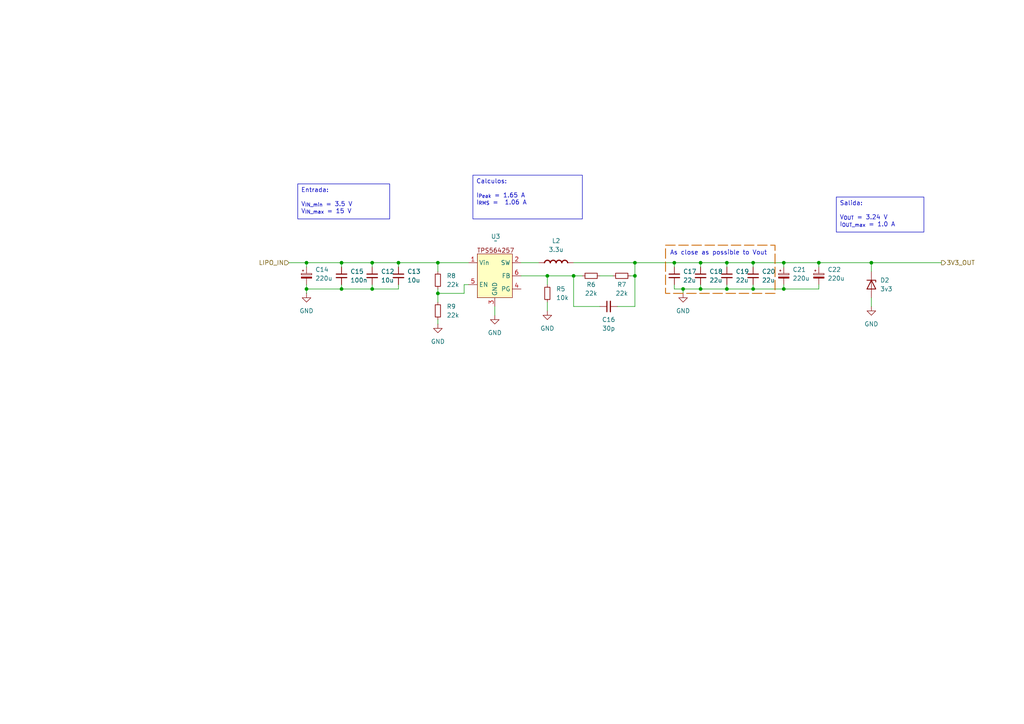
<source format=kicad_sch>
(kicad_sch (version 20231120) (generator "eeschema") (generator_version "8.0")
  (paper "A4")
  (lib_symbols
    (symbol "Device:C_Polarized_Small" (pin_numbers hide) (pin_names (offset 0.254) hide)
      (property "Reference" "C" (at 0.254 1.778 0))
      (property "Value" "C_Polarized_Small" (at 0.254 -2.032 0))
      (symbol "C_Polarized_Small_0_1"
        (rectangle (start -1.524 -0.3048) (end 1.524 -0.6858) (fill (type outline)))
        (rectangle (start -1.524 0.6858) (end 1.524 0.3048))
        (polyline (pts (xy -1.27 1.524) (xy -0.762 1.524)))
        (polyline (pts (xy -1.016 1.27) (xy -1.016 1.778)))
      )
      (symbol "C_Polarized_Small_1_1"
        (pin passive line (at 0 2.54 270) (length 1.8542) (name "~") (number "1"))
        (pin passive line (at 0 -2.54 90) (length 1.8542) (name "~") (number "2"))
      )
    )
    (symbol "Device:C_Small" (pin_numbers hide) (pin_names (offset 0.254) hide)
      (property "Reference" "C" (at 0.254 1.778 0))
      (property "Value" "C_Small" (at 0.254 -2.032 0))
      (symbol "C_Small_0_1"
        (polyline (pts (xy -1.524 -0.508) (xy 1.524 -0.508)) (stroke (width 0.3302)))
        (polyline (pts (xy -1.524 0.508) (xy 1.524 0.508)) (stroke (width 0.3048)))
      )
      (symbol "C_Small_1_1"
        (pin passive line (at 0 2.54 270) (length 2.032) (name "~") (number "1"))
        (pin passive line (at 0 -2.54 90) (length 2.032) (name "~") (number "2"))
      )
    )
    (symbol "Device:D_Zener" (pin_numbers hide) (pin_names (offset 1.016) hide)
      (property "Reference" "D" (at 0 2.54 0))
      (property "Value" "D_Zener" (at 0 -2.54 0))
      (symbol "D_Zener_0_1"
        (polyline (pts (xy 1.27 0) (xy -1.27 0)))
        (polyline (pts (xy -1.27 -1.27) (xy -1.27 1.27) (xy -0.762 1.27)) (stroke (width 0.254)))
        (polyline (pts (xy 1.27 -1.27) (xy 1.27 1.27) (xy -1.27 0) (xy 1.27 -1.27)) (stroke (width 0.254)))
      )
      (symbol "D_Zener_1_1"
        (pin passive line (at -3.81 0 0) (length 2.54) (name "K") (number "1"))
        (pin passive line (at 3.81 0 180) (length 2.54) (name "A") (number "2"))
      )
    )
    (symbol "Device:R_Small" (pin_numbers hide) (pin_names (offset 0.254) hide)
      (property "Reference" "R" (at 0.762 0.508 0))
      (property "Value" "R_Small" (at 0.762 -1.016 0))
      (symbol "R_Small_0_1"
        (rectangle (start -0.762 1.778) (end 0.762 -1.778) (stroke (width 0.2032)))
      )
      (symbol "R_Small_1_1"
        (pin passive line (at 0 2.54 270) (length 0.762) (name "~") (number "1"))
        (pin passive line (at 0 -2.54 90) (length 0.762) (name "~") (number "2"))
      )
    )
    (symbol "IcaroLib:TPS564257"
      (property "Reference" "U" (at 0 11.43 0))
      (symbol "TPS564257_0_0"
        (pin unspecified line (at -7.62 5.08 0) (length 2.54) (name "Vin") (number "1"))
        (pin unspecified line (at 7.62 5.08 180) (length 2.54) (name "SW") (number "2"))
        (pin unspecified line (at 0 -7.62 90) (length 2.54) (name "GND") (number "3"))
        (pin unspecified line (at 7.62 -2.54 180) (length 2.54) (name "PG") (number "4"))
        (pin unspecified line (at -7.62 -1.27 0) (length 2.54) (name "EN") (number "5"))
        (pin unspecified line (at 7.62 1.27 180) (length 2.54) (name "FB") (number "6"))
      )
      (symbol "TPS564257_0_1"
        (rectangle (start -5.08 7.62) (end 5.08 -5.08) (fill (type background)))
      )
      (symbol "TPS564257_1_1"
        (text "TPS564257" (at 0.254 8.636 0) (effects (font (size 1.27 1.27))))
      )
    )
    (symbol "PCM_Elektuur:L" (pin_numbers hide) (pin_names (offset 0) hide)
      (property "Reference" "L" (at 2.54 3.175 0))
      (property "Value" "L" (at 2.54 -3.175 0))
      (symbol "L_1_0"
        (arc (start 0 -3.4036) (mid 0.762 -2.5146) (end 0 -1.6256) (stroke (width 0.254)))
        (arc (start 0 -3.302) (mid 0.6604 -2.5146) (end 0 -1.7272) (stroke (width 0.254)))
        (arc (start 0 -1.7272) (mid 0.762 -0.8382) (end 0 0.0508) (stroke (width 0.254)))
        (arc (start 0 -1.6256) (mid 0.6604 -0.8382) (end 0 -0.0508) (stroke (width 0.254)))
        (arc (start 0 -0.0508) (mid 0.762 0.8382) (end 0 1.7272) (stroke (width 0.254)))
        (polyline (pts (xy 0 -3.302) (xy 0 -3.5052)) (stroke (width 0.254)))
        (polyline (pts (xy 0 -1.6256) (xy 0 -1.7272)) (stroke (width 0.254)))
        (polyline (pts (xy 0 0.0508) (xy 0 -0.0508)) (stroke (width 0.254)))
        (polyline (pts (xy 0 1.7272) (xy 0 1.6256)) (stroke (width 0.254)))
        (polyline (pts (xy 0 3.5052) (xy 0 3.302)) (stroke (width 0.254)))
        (arc (start 0 0.0508) (mid 0.6604 0.8382) (end 0 1.6256) (stroke (width 0.254)))
        (arc (start 0 1.6256) (mid 0.762 2.5146) (end 0 3.4036) (stroke (width 0.254)))
        (arc (start 0 1.7272) (mid 0.6604 2.5146) (end 0 3.302) (stroke (width 0.254)))
        (pin passive line (at 0 5.08 270) (length 1.5748) (name "+") (number "1"))
        (pin passive line (at 0 -5.08 90) (length 1.5748) (name "-") (number "2"))
      )
      (symbol "L_1_2"
        (rectangle (start 1.524 3.3782) (end 1.9812 -3.3782) (stroke (width 0.254)) (fill (type outline)))
      )
      (symbol "L_1_3"
        (rectangle (start 1.524 -1.9304) (end 1.9812 -3.0988) (stroke (width 0.254)) (fill (type outline)))
        (rectangle (start 1.524 -0.254) (end 1.9812 -1.4224) (stroke (width 0.254)) (fill (type outline)))
        (rectangle (start 1.524 1.4224) (end 1.9812 0.254) (stroke (width 0.254)) (fill (type outline)))
        (rectangle (start 1.524 3.0988) (end 1.9812 1.9304) (stroke (width 0.254)) (fill (type outline)))
      )
    )
    (symbol "power:GND" (power) (pin_numbers hide) (pin_names (offset 0) hide)
      (property "Value" "GND" (at 0 -3.81 0))
      (symbol "GND_0_1"
        (polyline (pts (xy 0 0) (xy 0 -1.27) (xy 1.27 -1.27) (xy 0 -2.54) (xy -1.27 -1.27) (xy 0 -1.27)))
      )
      (symbol "GND_1_1"
        (pin power_in line (at 0 0 270) (length 0) (name "~") (number "1"))
      )
    )
  )
  (junction (at 227.33 83.82))
  (junction (at 158.75 80.01))
  (junction (at 218.44 76.2))
  (junction (at 252.73 76.2))
  (junction (at 107.95 76.2))
  (junction (at 99.06 83.82))
  (junction (at 184.15 76.2))
  (junction (at 195.58 76.2))
  (junction (at 107.95 83.82))
  (junction (at 99.06 76.2))
  (junction (at 203.2 83.82))
  (junction (at 127 85.09))
  (junction (at 127 76.2))
  (junction (at 218.44 83.82))
  (junction (at 166.37 80.01))
  (junction (at 88.9 83.82))
  (junction (at 210.82 76.2))
  (junction (at 198.12 83.82))
  (junction (at 184.15 80.01))
  (junction (at 88.9 76.2))
  (junction (at 115.57 76.2))
  (junction (at 227.33 76.2))
  (junction (at 210.82 83.82))
  (junction (at 203.2 76.2))
  (junction (at 237.49 76.2))
  (wire (pts (xy 237.49 77.47) (xy 237.49 76.2)))
  (wire (pts (xy 158.75 82.55) (xy 158.75 80.01)))
  (wire (pts (xy 252.73 76.2) (xy 273.05 76.2)))
  (wire (pts (xy 127 83.82) (xy 127 85.09)))
  (wire (pts (xy 218.44 77.47) (xy 218.44 76.2)))
  (wire (pts (xy 210.82 76.2) (xy 218.44 76.2)))
  (wire (pts (xy 99.06 83.82) (xy 107.95 83.82)))
  (wire (pts (xy 88.9 76.2) (xy 88.9 77.47)))
  (wire (pts (xy 134.62 82.55) (xy 134.62 85.09)))
  (wire (pts (xy 166.37 76.2) (xy 184.15 76.2)))
  (wire (pts (xy 195.58 77.47) (xy 195.58 76.2)))
  (wire (pts (xy 218.44 76.2) (xy 227.33 76.2)))
  (wire (pts (xy 184.15 88.9) (xy 184.15 80.01)))
  (wire (pts (xy 203.2 82.55) (xy 203.2 83.82)))
  (wire (pts (xy 166.37 88.9) (xy 166.37 80.01)))
  (wire (pts (xy 184.15 76.2) (xy 184.15 80.01)))
  (wire (pts (xy 127 85.09) (xy 127 87.63)))
  (wire (pts (xy 88.9 76.2) (xy 99.06 76.2)))
  (wire (pts (xy 127 76.2) (xy 135.89 76.2)))
  (wire (pts (xy 198.12 83.82) (xy 203.2 83.82)))
  (wire (pts (xy 227.33 83.82) (xy 218.44 83.82)))
  (wire (pts (xy 115.57 76.2) (xy 127 76.2)))
  (wire (pts (xy 151.13 76.2) (xy 156.21 76.2)))
  (wire (pts (xy 179.07 88.9) (xy 184.15 88.9)))
  (wire (pts (xy 107.95 76.2) (xy 115.57 76.2)))
  (wire (pts (xy 158.75 80.01) (xy 166.37 80.01)))
  (wire (pts (xy 88.9 83.82) (xy 88.9 85.09)))
  (wire (pts (xy 210.82 77.47) (xy 210.82 76.2)))
  (wire (pts (xy 99.06 76.2) (xy 107.95 76.2)))
  (wire (pts (xy 227.33 82.55) (xy 227.33 83.82)))
  (wire (pts (xy 173.99 80.01) (xy 177.8 80.01)))
  (wire (pts (xy 210.82 83.82) (xy 218.44 83.82)))
  (wire (pts (xy 173.99 88.9) (xy 166.37 88.9)))
  (wire (pts (xy 115.57 76.2) (xy 115.57 77.47)))
  (wire (pts (xy 83.82 76.2) (xy 88.9 76.2)))
  (wire (pts (xy 127 85.09) (xy 134.62 85.09)))
  (wire (pts (xy 203.2 77.47) (xy 203.2 76.2)))
  (wire (pts (xy 237.49 76.2) (xy 252.73 76.2)))
  (wire (pts (xy 203.2 83.82) (xy 210.82 83.82)))
  (wire (pts (xy 227.33 83.82) (xy 237.49 83.82)))
  (wire (pts (xy 107.95 83.82) (xy 107.95 82.55)))
  (wire (pts (xy 195.58 83.82) (xy 198.12 83.82)))
  (wire (pts (xy 182.88 80.01) (xy 184.15 80.01)))
  (wire (pts (xy 88.9 83.82) (xy 99.06 83.82)))
  (wire (pts (xy 237.49 82.55) (xy 237.49 83.82)))
  (wire (pts (xy 143.51 88.9) (xy 143.51 91.44)))
  (wire (pts (xy 115.57 83.82) (xy 115.57 82.55)))
  (wire (pts (xy 107.95 83.82) (xy 115.57 83.82)))
  (wire (pts (xy 198.12 85.09) (xy 198.12 83.82)))
  (wire (pts (xy 184.15 76.2) (xy 195.58 76.2)))
  (wire (pts (xy 252.73 86.36) (xy 252.73 88.9)))
  (wire (pts (xy 151.13 80.01) (xy 158.75 80.01)))
  (wire (pts (xy 218.44 82.55) (xy 218.44 83.82)))
  (wire (pts (xy 158.75 87.63) (xy 158.75 90.17)))
  (wire (pts (xy 252.73 76.2) (xy 252.73 78.74)))
  (wire (pts (xy 227.33 77.47) (xy 227.33 76.2)))
  (wire (pts (xy 210.82 82.55) (xy 210.82 83.82)))
  (wire (pts (xy 203.2 76.2) (xy 210.82 76.2)))
  (wire (pts (xy 135.89 82.55) (xy 134.62 82.55)))
  (wire (pts (xy 127 92.71) (xy 127 93.98)))
  (wire (pts (xy 195.58 76.2) (xy 203.2 76.2)))
  (wire (pts (xy 166.37 80.01) (xy 168.91 80.01)))
  (wire (pts (xy 127 76.2) (xy 127 78.74)))
  (wire (pts (xy 107.95 76.2) (xy 107.95 77.47)))
  (wire (pts (xy 99.06 83.82) (xy 99.06 82.55)))
  (wire (pts (xy 88.9 82.55) (xy 88.9 83.82)))
  (wire (pts (xy 227.33 76.2) (xy 237.49 76.2)))
  (wire (pts (xy 99.06 76.2) (xy 99.06 77.47)))
  (wire (pts (xy 195.58 83.82) (xy 195.58 82.55)))
  (rectangle (start 193.04 71.12) (end 224.79 85.09) (stroke (width 0.254) (type dash) (color 204 102 0 1)))
  (text_box "Salida:\n\nV_{OUT} = 3.24 V\nI_{OUT_max} = 1.0 A\n" (at 242.57 57.15 0) (size 25.4 10.16) (effects (font (size 1.27 1.27)) (justify left top)))
  (text_box "Entrada:\n\nV_{IN_min} = 3.5 V \nV_{IN_max} = 15 V\n" (at 86.36 53.34 0) (size 26.67 10.16) (effects (font (size 1.27 1.27)) (justify left top)))
  (text_box "Calculos:\n\nI_{Peak} = 1.65 A\nI_{RMS} =  1.06 A" (at 137.16 50.8 0) (size 31.75 12.7) (effects (font (size 1.27 1.27)) (justify left top)))
  (text "As close as possible to Vout" (at 194.31 73.406 0) (effects (font (size 1.27 1.27)) (justify left)))
  (hierarchical_label "3V3_OUT" (shape output) (at 273.05 76.2 0))
  (hierarchical_label "LIPO_IN" (shape input) (at 83.82 76.2 180))
  (symbol (lib_id "PCM_Elektuur:L") (at 161.29 76.2 90) (unit 1)
    (property "Reference" "L2" (at 161.29 69.85 90))
    (property "Value" "3.3u" (at 161.29 72.39 90))
    (property "Footprint" "IcaroFootprints:PSPCA_D43_Series" (effects (hide yes)))
    (property "Description" "coil/winding/inductor/choke/reactor" (effects (hide yes)))
    (property "Indicator" "●" (effects (hide yes)))
    (property "Rating" "A" (effects (hide yes)))
    (property "LCSC" "C436398" (effects (hide yes)))
  )
  (symbol (lib_id "Device:R_Small") (at 127 90.17 180) (unit 1)
    (property "Reference" "R9" (at 129.54 88.8999 0) (effects (justify right)))
    (property "Value" "22k" (at 129.54 91.4399 0) (effects (justify right)))
    (property "Footprint" "Resistor_SMD:R_0805_2012Metric_Pad1.20x1.40mm_HandSolder" (effects (hide yes)))
    (property "Description" "Resistor, small symbol" (effects (hide yes)))
  )
  (symbol (lib_id "power:GND") (at 198.12 85.09 0) (unit 1)
    (property "Reference" "#PWR027" (effects (hide yes)))
    (property "Value" "GND" (at 198.12 90.17 0))
    (property "Description" "Power symbol creates a global label with name \"GND\" , ground" (effects (hide yes)))
  )
  (symbol (lib_id "Device:R_Small") (at 171.45 80.01 90) (unit 1)
    (property "Reference" "R6" (at 171.45 82.55 90))
    (property "Value" "22k" (at 171.45 85.09 90))
    (property "Footprint" "Resistor_SMD:R_0805_2012Metric_Pad1.20x1.40mm_HandSolder" (effects (hide yes)))
    (property "Description" "Resistor, small symbol" (effects (hide yes)))
  )
  (symbol (lib_id "power:GND") (at 143.51 91.44 0) (unit 1)
    (property "Reference" "#PWR022" (effects (hide yes)))
    (property "Value" "GND" (at 143.51 96.52 0))
    (property "Description" "Power symbol creates a global label with name \"GND\" , ground" (effects (hide yes)))
  )
  (symbol (lib_id "Device:R_Small") (at 127 81.28 180) (unit 1)
    (property "Reference" "R8" (at 129.54 80.0099 0) (effects (justify right)))
    (property "Value" "22k" (at 129.54 82.5499 0) (effects (justify right)))
    (property "Footprint" "Resistor_SMD:R_0805_2012Metric_Pad1.20x1.40mm_HandSolder" (effects (hide yes)))
    (property "Description" "Resistor, small symbol" (effects (hide yes)))
  )
  (symbol (lib_id "Device:D_Zener") (at 252.73 82.55 270) (unit 1)
    (property "Reference" "D2" (at 255.27 81.2799 90) (effects (justify left)))
    (property "Value" "3v3" (at 255.27 83.8199 90) (effects (justify left)))
    (property "Description" "Zener diode" (effects (hide yes)))
  )
  (symbol (lib_id "Device:C_Small") (at 176.53 88.9 90) (unit 1)
    (property "Reference" "C16" (at 176.5363 92.71 90))
    (property "Value" "30p" (at 176.5363 95.25 90))
    (property "Footprint" "Capacitor_SMD:C_0805_2012Metric_Pad1.18x1.45mm_HandSolder" (effects (hide yes)))
    (property "Description" "Unpolarized capacitor, small symbol" (effects (hide yes)))
  )
  (symbol (lib_id "Device:C_Small") (at 107.95 80.01 0) (unit 1)
    (property "Reference" "C12" (at 110.49 78.7462 0) (effects (justify left)))
    (property "Value" "10u" (at 110.49 81.2862 0) (effects (justify left)))
    (property "Footprint" "Capacitor_SMD:C_0805_2012Metric_Pad1.18x1.45mm_HandSolder" (effects (hide yes)))
    (property "Description" "Unpolarized capacitor, small symbol" (effects (hide yes)))
  )
  (symbol (lib_id "Device:C_Small") (at 115.57 80.01 0) (unit 1)
    (property "Reference" "C13" (at 118.11 78.7462 0) (effects (justify left)))
    (property "Value" "10u" (at 118.11 81.2862 0) (effects (justify left)))
    (property "Footprint" "Capacitor_SMD:C_0805_2012Metric_Pad1.18x1.45mm_HandSolder" (effects (hide yes)))
    (property "Description" "Unpolarized capacitor, small symbol" (effects (hide yes)))
  )
  (symbol (lib_id "Device:C_Small") (at 218.44 80.01 0) (unit 1)
    (property "Reference" "C20" (at 220.98 78.7462 0) (effects (justify left)))
    (property "Value" "22u" (at 220.98 81.2862 0) (effects (justify left)))
    (property "Footprint" "Capacitor_SMD:C_0805_2012Metric_Pad1.18x1.45mm_HandSolder" (effects (hide yes)))
    (property "Description" "Unpolarized capacitor, small symbol" (effects (hide yes)))
  )
  (symbol (lib_id "Device:C_Small") (at 203.2 80.01 0) (unit 1)
    (property "Reference" "C18" (at 205.74 78.7462 0) (effects (justify left)))
    (property "Value" "22u" (at 205.74 81.2862 0) (effects (justify left)))
    (property "Footprint" "Capacitor_SMD:C_0805_2012Metric_Pad1.18x1.45mm_HandSolder" (effects (hide yes)))
    (property "Description" "Unpolarized capacitor, small symbol" (effects (hide yes)))
  )
  (symbol (lib_id "Device:C_Small") (at 195.58 80.01 0) (unit 1)
    (property "Reference" "C17" (at 198.12 78.7462 0) (effects (justify left)))
    (property "Value" "22u" (at 198.12 81.2862 0) (effects (justify left)))
    (property "Footprint" "Capacitor_SMD:C_0805_2012Metric_Pad1.18x1.45mm_HandSolder" (effects (hide yes)))
    (property "Description" "Unpolarized capacitor, small symbol" (effects (hide yes)))
  )
  (symbol (lib_id "power:GND") (at 88.9 85.09 0) (unit 1)
    (property "Reference" "#PWR025" (effects (hide yes)))
    (property "Value" "GND" (at 88.9 90.17 0))
    (property "Description" "Power symbol creates a global label with name \"GND\" , ground" (effects (hide yes)))
  )
  (symbol (lib_id "Device:C_Polarized_Small") (at 88.9 80.01 0) (unit 1)
    (property "Reference" "C14" (at 91.44 78.1938 0) (effects (justify left)))
    (property "Value" "220u" (at 91.44 80.7338 0) (effects (justify left)))
    (property "Footprint" "Capacitor_SMD:CP_Elec_6.3x5.4" (effects (hide yes)))
    (property "Description" "Polarized capacitor, small symbol" (effects (hide yes)))
  )
  (symbol (lib_id "power:GND") (at 127 93.98 0) (unit 1)
    (property "Reference" "#PWR026" (effects (hide yes)))
    (property "Value" "GND" (at 127 99.06 0))
    (property "Description" "Power symbol creates a global label with name \"GND\" , ground" (effects (hide yes)))
  )
  (symbol (lib_id "Device:C_Polarized_Small") (at 227.33 80.01 0) (unit 1)
    (property "Reference" "C21" (at 229.87 78.1938 0) (effects (justify left)))
    (property "Value" "220u" (at 229.87 80.7338 0) (effects (justify left)))
    (property "Footprint" "Capacitor_SMD:CP_Elec_6.3x5.4" (effects (hide yes)))
    (property "Description" "Polarized capacitor, small symbol" (effects (hide yes)))
  )
  (symbol (lib_id "power:GND") (at 158.75 90.17 0) (unit 1)
    (property "Reference" "#PWR023" (effects (hide yes)))
    (property "Value" "GND" (at 158.75 95.25 0))
    (property "Description" "Power symbol creates a global label with name \"GND\" , ground" (effects (hide yes)))
  )
  (symbol (lib_id "Device:R_Small") (at 158.75 85.09 0) (unit 1)
    (property "Reference" "R5" (at 161.29 83.8199 0) (effects (justify left)))
    (property "Value" "10k" (at 161.29 86.3599 0) (effects (justify left)))
    (property "Footprint" "Resistor_SMD:R_0805_2012Metric_Pad1.20x1.40mm_HandSolder" (effects (hide yes)))
    (property "Description" "Resistor, small symbol" (effects (hide yes)))
  )
  (symbol (lib_id "Device:C_Small") (at 210.82 80.01 0) (unit 1)
    (property "Reference" "C19" (at 213.36 78.7462 0) (effects (justify left)))
    (property "Value" "22u" (at 213.36 81.2862 0) (effects (justify left)))
    (property "Footprint" "Capacitor_SMD:C_0805_2012Metric_Pad1.18x1.45mm_HandSolder" (effects (hide yes)))
    (property "Description" "Unpolarized capacitor, small symbol" (effects (hide yes)))
  )
  (symbol (lib_id "Device:C_Small") (at 99.06 80.01 0) (unit 1)
    (property "Reference" "C15" (at 101.6 78.7462 0) (effects (justify left)))
    (property "Value" "100n" (at 101.6 81.2862 0) (effects (justify left)))
    (property "Footprint" "Capacitor_SMD:C_0805_2012Metric_Pad1.18x1.45mm_HandSolder" (effects (hide yes)))
    (property "Description" "Unpolarized capacitor, small symbol" (effects (hide yes)))
  )
  (symbol (lib_id "power:GND") (at 252.73 88.9 0) (unit 1)
    (property "Reference" "#PWR024" (effects (hide yes)))
    (property "Value" "GND" (at 252.73 93.98 0))
    (property "Description" "Power symbol creates a global label with name \"GND\" , ground" (effects (hide yes)))
  )
  (symbol (lib_id "Device:R_Small") (at 180.34 80.01 90) (unit 1)
    (property "Reference" "R7" (at 180.34 82.55 90))
    (property "Value" "22k" (at 180.34 85.09 90))
    (property "Footprint" "Resistor_SMD:R_0805_2012Metric_Pad1.20x1.40mm_HandSolder" (effects (hide yes)))
    (property "Description" "Resistor, small symbol" (effects (hide yes)))
  )
  (symbol (lib_id "Device:C_Polarized_Small") (at 237.49 80.01 0) (unit 1)
    (property "Reference" "C22" (at 240.03 78.1938 0) (effects (justify left)))
    (property "Value" "220u" (at 240.03 80.7338 0) (effects (justify left)))
    (property "Footprint" "Capacitor_SMD:CP_Elec_6.3x5.4" (effects (hide yes)))
    (property "Description" "Polarized capacitor, small symbol" (effects (hide yes)))
  )
  (symbol (lib_id "IcaroLib:TPS564257") (at 143.51 81.28 0) (unit 1)
    (property "Reference" "U3" (at 143.764 68.58 0))
    (property "Value" "~" (at 143.764 69.85 0))
    (property "Footprint" "IcaroFootprints:TPS564242DRLR_TEX" (effects (hide yes)))
    (property "Datasheet" "https://www.ti.com/lit/ds/symlink/tps564257.pdf?ts=1737909823353&ref_url=https%253A%252F%252Fwww.ti.com%252Fpower-management%252Facdc-dcdc-converters%252Fproducts.html" (effects (hide yes)))
    (property "LCSC" "C19272233" (effects (hide yes)))
  )
)
</source>
